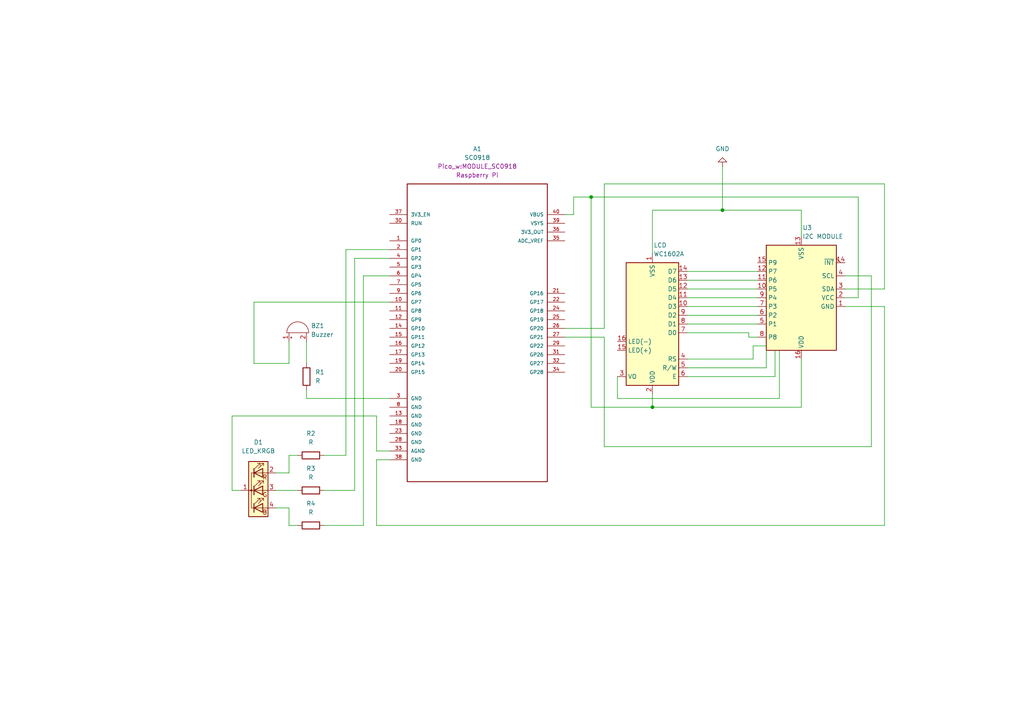
<source format=kicad_sch>
(kicad_sch
	(version 20231120)
	(generator "eeschema")
	(generator_version "8.0")
	(uuid "65328113-f402-449e-b802-5424b49745aa")
	(paper "A4")
	(lib_symbols
		(symbol "Device:Buzzer"
			(pin_names
				(offset 0.0254) hide)
			(exclude_from_sim no)
			(in_bom yes)
			(on_board yes)
			(property "Reference" "BZ"
				(at 3.81 1.27 0)
				(effects
					(font
						(size 1.27 1.27)
					)
					(justify left)
				)
			)
			(property "Value" "Buzzer"
				(at 3.81 -1.27 0)
				(effects
					(font
						(size 1.27 1.27)
					)
					(justify left)
				)
			)
			(property "Footprint" ""
				(at -0.635 2.54 90)
				(effects
					(font
						(size 1.27 1.27)
					)
					(hide yes)
				)
			)
			(property "Datasheet" "~"
				(at -0.635 2.54 90)
				(effects
					(font
						(size 1.27 1.27)
					)
					(hide yes)
				)
			)
			(property "Description" "Buzzer, polarized"
				(at 0 0 0)
				(effects
					(font
						(size 1.27 1.27)
					)
					(hide yes)
				)
			)
			(property "ki_keywords" "quartz resonator ceramic"
				(at 0 0 0)
				(effects
					(font
						(size 1.27 1.27)
					)
					(hide yes)
				)
			)
			(property "ki_fp_filters" "*Buzzer*"
				(at 0 0 0)
				(effects
					(font
						(size 1.27 1.27)
					)
					(hide yes)
				)
			)
			(symbol "Buzzer_0_1"
				(arc
					(start 0 -3.175)
					(mid 3.1612 0)
					(end 0 3.175)
					(stroke
						(width 0)
						(type default)
					)
					(fill
						(type none)
					)
				)
				(polyline
					(pts
						(xy -1.651 1.905) (xy -1.143 1.905)
					)
					(stroke
						(width 0)
						(type default)
					)
					(fill
						(type none)
					)
				)
				(polyline
					(pts
						(xy -1.397 2.159) (xy -1.397 1.651)
					)
					(stroke
						(width 0)
						(type default)
					)
					(fill
						(type none)
					)
				)
				(polyline
					(pts
						(xy 0 3.175) (xy 0 -3.175)
					)
					(stroke
						(width 0)
						(type default)
					)
					(fill
						(type none)
					)
				)
			)
			(symbol "Buzzer_1_1"
				(pin passive line
					(at -2.54 2.54 0)
					(length 2.54)
					(name "+"
						(effects
							(font
								(size 1.27 1.27)
							)
						)
					)
					(number "1"
						(effects
							(font
								(size 1.27 1.27)
							)
						)
					)
				)
				(pin passive line
					(at -2.54 -2.54 0)
					(length 2.54)
					(name "-"
						(effects
							(font
								(size 1.27 1.27)
							)
						)
					)
					(number "2"
						(effects
							(font
								(size 1.27 1.27)
							)
						)
					)
				)
			)
		)
		(symbol "Device:LED_KRGB"
			(pin_names
				(offset 0) hide)
			(exclude_from_sim no)
			(in_bom yes)
			(on_board yes)
			(property "Reference" "D"
				(at 0 9.398 0)
				(effects
					(font
						(size 1.27 1.27)
					)
				)
			)
			(property "Value" "LED_KRGB"
				(at 0 -8.89 0)
				(effects
					(font
						(size 1.27 1.27)
					)
				)
			)
			(property "Footprint" ""
				(at 0 -1.27 0)
				(effects
					(font
						(size 1.27 1.27)
					)
					(hide yes)
				)
			)
			(property "Datasheet" "~"
				(at 0 -1.27 0)
				(effects
					(font
						(size 1.27 1.27)
					)
					(hide yes)
				)
			)
			(property "Description" "RGB LED, cathode/red/green/blue"
				(at 0 0 0)
				(effects
					(font
						(size 1.27 1.27)
					)
					(hide yes)
				)
			)
			(property "ki_keywords" "LED RGB diode"
				(at 0 0 0)
				(effects
					(font
						(size 1.27 1.27)
					)
					(hide yes)
				)
			)
			(property "ki_fp_filters" "LED* LED_SMD:* LED_THT:*"
				(at 0 0 0)
				(effects
					(font
						(size 1.27 1.27)
					)
					(hide yes)
				)
			)
			(symbol "LED_KRGB_0_0"
				(text "B"
					(at 1.905 -6.35 0)
					(effects
						(font
							(size 1.27 1.27)
						)
					)
				)
				(text "G"
					(at 1.905 -1.27 0)
					(effects
						(font
							(size 1.27 1.27)
						)
					)
				)
				(text "R"
					(at 1.905 3.81 0)
					(effects
						(font
							(size 1.27 1.27)
						)
					)
				)
			)
			(symbol "LED_KRGB_0_1"
				(circle
					(center -2.032 0)
					(radius 0.254)
					(stroke
						(width 0)
						(type default)
					)
					(fill
						(type outline)
					)
				)
				(polyline
					(pts
						(xy -1.27 -5.08) (xy 1.27 -5.08)
					)
					(stroke
						(width 0)
						(type default)
					)
					(fill
						(type none)
					)
				)
				(polyline
					(pts
						(xy -1.27 -3.81) (xy -1.27 -6.35)
					)
					(stroke
						(width 0.254)
						(type default)
					)
					(fill
						(type none)
					)
				)
				(polyline
					(pts
						(xy -1.27 0) (xy -2.54 0)
					)
					(stroke
						(width 0)
						(type default)
					)
					(fill
						(type none)
					)
				)
				(polyline
					(pts
						(xy -1.27 1.27) (xy -1.27 -1.27)
					)
					(stroke
						(width 0.254)
						(type default)
					)
					(fill
						(type none)
					)
				)
				(polyline
					(pts
						(xy -1.27 5.08) (xy 1.27 5.08)
					)
					(stroke
						(width 0)
						(type default)
					)
					(fill
						(type none)
					)
				)
				(polyline
					(pts
						(xy -1.27 6.35) (xy -1.27 3.81)
					)
					(stroke
						(width 0.254)
						(type default)
					)
					(fill
						(type none)
					)
				)
				(polyline
					(pts
						(xy 1.27 -5.08) (xy 2.54 -5.08)
					)
					(stroke
						(width 0)
						(type default)
					)
					(fill
						(type none)
					)
				)
				(polyline
					(pts
						(xy 1.27 0) (xy -1.27 0)
					)
					(stroke
						(width 0)
						(type default)
					)
					(fill
						(type none)
					)
				)
				(polyline
					(pts
						(xy 1.27 0) (xy 2.54 0)
					)
					(stroke
						(width 0)
						(type default)
					)
					(fill
						(type none)
					)
				)
				(polyline
					(pts
						(xy 1.27 5.08) (xy 2.54 5.08)
					)
					(stroke
						(width 0)
						(type default)
					)
					(fill
						(type none)
					)
				)
				(polyline
					(pts
						(xy -1.27 1.27) (xy -1.27 -1.27) (xy -1.27 -1.27)
					)
					(stroke
						(width 0)
						(type default)
					)
					(fill
						(type none)
					)
				)
				(polyline
					(pts
						(xy -1.27 6.35) (xy -1.27 3.81) (xy -1.27 3.81)
					)
					(stroke
						(width 0)
						(type default)
					)
					(fill
						(type none)
					)
				)
				(polyline
					(pts
						(xy -1.27 5.08) (xy -2.032 5.08) (xy -2.032 -5.08) (xy -1.016 -5.08)
					)
					(stroke
						(width 0)
						(type default)
					)
					(fill
						(type none)
					)
				)
				(polyline
					(pts
						(xy 1.27 -3.81) (xy 1.27 -6.35) (xy -1.27 -5.08) (xy 1.27 -3.81)
					)
					(stroke
						(width 0.254)
						(type default)
					)
					(fill
						(type none)
					)
				)
				(polyline
					(pts
						(xy 1.27 1.27) (xy 1.27 -1.27) (xy -1.27 0) (xy 1.27 1.27)
					)
					(stroke
						(width 0.254)
						(type default)
					)
					(fill
						(type none)
					)
				)
				(polyline
					(pts
						(xy 1.27 6.35) (xy 1.27 3.81) (xy -1.27 5.08) (xy 1.27 6.35)
					)
					(stroke
						(width 0.254)
						(type default)
					)
					(fill
						(type none)
					)
				)
				(polyline
					(pts
						(xy -1.016 -3.81) (xy 0.508 -2.286) (xy -0.254 -2.286) (xy 0.508 -2.286) (xy 0.508 -3.048)
					)
					(stroke
						(width 0)
						(type default)
					)
					(fill
						(type none)
					)
				)
				(polyline
					(pts
						(xy -1.016 1.27) (xy 0.508 2.794) (xy -0.254 2.794) (xy 0.508 2.794) (xy 0.508 2.032)
					)
					(stroke
						(width 0)
						(type default)
					)
					(fill
						(type none)
					)
				)
				(polyline
					(pts
						(xy -1.016 6.35) (xy 0.508 7.874) (xy -0.254 7.874) (xy 0.508 7.874) (xy 0.508 7.112)
					)
					(stroke
						(width 0)
						(type default)
					)
					(fill
						(type none)
					)
				)
				(polyline
					(pts
						(xy 0 -3.81) (xy 1.524 -2.286) (xy 0.762 -2.286) (xy 1.524 -2.286) (xy 1.524 -3.048)
					)
					(stroke
						(width 0)
						(type default)
					)
					(fill
						(type none)
					)
				)
				(polyline
					(pts
						(xy 0 1.27) (xy 1.524 2.794) (xy 0.762 2.794) (xy 1.524 2.794) (xy 1.524 2.032)
					)
					(stroke
						(width 0)
						(type default)
					)
					(fill
						(type none)
					)
				)
				(polyline
					(pts
						(xy 0 6.35) (xy 1.524 7.874) (xy 0.762 7.874) (xy 1.524 7.874) (xy 1.524 7.112)
					)
					(stroke
						(width 0)
						(type default)
					)
					(fill
						(type none)
					)
				)
				(rectangle
					(start 1.27 -1.27)
					(end 1.27 1.27)
					(stroke
						(width 0)
						(type default)
					)
					(fill
						(type none)
					)
				)
				(rectangle
					(start 1.27 1.27)
					(end 1.27 1.27)
					(stroke
						(width 0)
						(type default)
					)
					(fill
						(type none)
					)
				)
				(rectangle
					(start 1.27 3.81)
					(end 1.27 6.35)
					(stroke
						(width 0)
						(type default)
					)
					(fill
						(type none)
					)
				)
				(rectangle
					(start 1.27 6.35)
					(end 1.27 6.35)
					(stroke
						(width 0)
						(type default)
					)
					(fill
						(type none)
					)
				)
				(rectangle
					(start 2.794 8.382)
					(end -2.794 -7.62)
					(stroke
						(width 0.254)
						(type default)
					)
					(fill
						(type background)
					)
				)
			)
			(symbol "LED_KRGB_1_1"
				(pin passive line
					(at -5.08 0 0)
					(length 2.54)
					(name "K"
						(effects
							(font
								(size 1.27 1.27)
							)
						)
					)
					(number "1"
						(effects
							(font
								(size 1.27 1.27)
							)
						)
					)
				)
				(pin passive line
					(at 5.08 5.08 180)
					(length 2.54)
					(name "RA"
						(effects
							(font
								(size 1.27 1.27)
							)
						)
					)
					(number "2"
						(effects
							(font
								(size 1.27 1.27)
							)
						)
					)
				)
				(pin passive line
					(at 5.08 0 180)
					(length 2.54)
					(name "GA"
						(effects
							(font
								(size 1.27 1.27)
							)
						)
					)
					(number "3"
						(effects
							(font
								(size 1.27 1.27)
							)
						)
					)
				)
				(pin passive line
					(at 5.08 -5.08 180)
					(length 2.54)
					(name "BA"
						(effects
							(font
								(size 1.27 1.27)
							)
						)
					)
					(number "4"
						(effects
							(font
								(size 1.27 1.27)
							)
						)
					)
				)
			)
		)
		(symbol "Device:R"
			(pin_numbers hide)
			(pin_names
				(offset 0)
			)
			(exclude_from_sim no)
			(in_bom yes)
			(on_board yes)
			(property "Reference" "R"
				(at 2.032 0 90)
				(effects
					(font
						(size 1.27 1.27)
					)
				)
			)
			(property "Value" "R"
				(at 0 0 90)
				(effects
					(font
						(size 1.27 1.27)
					)
				)
			)
			(property "Footprint" ""
				(at -1.778 0 90)
				(effects
					(font
						(size 1.27 1.27)
					)
					(hide yes)
				)
			)
			(property "Datasheet" "~"
				(at 0 0 0)
				(effects
					(font
						(size 1.27 1.27)
					)
					(hide yes)
				)
			)
			(property "Description" "Resistor"
				(at 0 0 0)
				(effects
					(font
						(size 1.27 1.27)
					)
					(hide yes)
				)
			)
			(property "ki_keywords" "R res resistor"
				(at 0 0 0)
				(effects
					(font
						(size 1.27 1.27)
					)
					(hide yes)
				)
			)
			(property "ki_fp_filters" "R_*"
				(at 0 0 0)
				(effects
					(font
						(size 1.27 1.27)
					)
					(hide yes)
				)
			)
			(symbol "R_0_1"
				(rectangle
					(start -1.016 -2.54)
					(end 1.016 2.54)
					(stroke
						(width 0.254)
						(type default)
					)
					(fill
						(type none)
					)
				)
			)
			(symbol "R_1_1"
				(pin passive line
					(at 0 3.81 270)
					(length 1.27)
					(name "~"
						(effects
							(font
								(size 1.27 1.27)
							)
						)
					)
					(number "1"
						(effects
							(font
								(size 1.27 1.27)
							)
						)
					)
				)
				(pin passive line
					(at 0 -3.81 90)
					(length 1.27)
					(name "~"
						(effects
							(font
								(size 1.27 1.27)
							)
						)
					)
					(number "2"
						(effects
							(font
								(size 1.27 1.27)
							)
						)
					)
				)
			)
		)
		(symbol "Display_Character:WC1602A"
			(exclude_from_sim no)
			(in_bom yes)
			(on_board yes)
			(property "Reference" "DS"
				(at -5.842 19.05 0)
				(effects
					(font
						(size 1.27 1.27)
					)
				)
			)
			(property "Value" "WC1602A"
				(at 5.334 19.05 0)
				(effects
					(font
						(size 1.27 1.27)
					)
				)
			)
			(property "Footprint" "Display:WC1602A"
				(at 0 -22.86 0)
				(effects
					(font
						(size 1.27 1.27)
						(italic yes)
					)
					(hide yes)
				)
			)
			(property "Datasheet" "http://www.wincomlcd.com/pdf/WC1602A-SFYLYHTC06.pdf"
				(at 17.78 0 0)
				(effects
					(font
						(size 1.27 1.27)
					)
					(hide yes)
				)
			)
			(property "Description" "LCD 16x2 Alphanumeric , 8 bit parallel bus, 5V VDD"
				(at 0 0 0)
				(effects
					(font
						(size 1.27 1.27)
					)
					(hide yes)
				)
			)
			(property "ki_keywords" "display LCD dot-matrix"
				(at 0 0 0)
				(effects
					(font
						(size 1.27 1.27)
					)
					(hide yes)
				)
			)
			(property "ki_fp_filters" "*WC*1602A*"
				(at 0 0 0)
				(effects
					(font
						(size 1.27 1.27)
					)
					(hide yes)
				)
			)
			(symbol "WC1602A_1_1"
				(rectangle
					(start -7.62 17.78)
					(end 7.62 -17.78)
					(stroke
						(width 0.254)
						(type default)
					)
					(fill
						(type background)
					)
				)
				(pin power_in line
					(at 0 -20.32 90)
					(length 2.54)
					(name "VSS"
						(effects
							(font
								(size 1.27 1.27)
							)
						)
					)
					(number "1"
						(effects
							(font
								(size 1.27 1.27)
							)
						)
					)
				)
				(pin input line
					(at -10.16 -5.08 0)
					(length 2.54)
					(name "D3"
						(effects
							(font
								(size 1.27 1.27)
							)
						)
					)
					(number "10"
						(effects
							(font
								(size 1.27 1.27)
							)
						)
					)
				)
				(pin input line
					(at -10.16 -7.62 0)
					(length 2.54)
					(name "D4"
						(effects
							(font
								(size 1.27 1.27)
							)
						)
					)
					(number "11"
						(effects
							(font
								(size 1.27 1.27)
							)
						)
					)
				)
				(pin input line
					(at -10.16 -10.16 0)
					(length 2.54)
					(name "D5"
						(effects
							(font
								(size 1.27 1.27)
							)
						)
					)
					(number "12"
						(effects
							(font
								(size 1.27 1.27)
							)
						)
					)
				)
				(pin input line
					(at -10.16 -12.7 0)
					(length 2.54)
					(name "D6"
						(effects
							(font
								(size 1.27 1.27)
							)
						)
					)
					(number "13"
						(effects
							(font
								(size 1.27 1.27)
							)
						)
					)
				)
				(pin input line
					(at -10.16 -15.24 0)
					(length 2.54)
					(name "D7"
						(effects
							(font
								(size 1.27 1.27)
							)
						)
					)
					(number "14"
						(effects
							(font
								(size 1.27 1.27)
							)
						)
					)
				)
				(pin power_in line
					(at 10.16 7.62 180)
					(length 2.54)
					(name "LED(+)"
						(effects
							(font
								(size 1.27 1.27)
							)
						)
					)
					(number "15"
						(effects
							(font
								(size 1.27 1.27)
							)
						)
					)
				)
				(pin power_in line
					(at 10.16 5.08 180)
					(length 2.54)
					(name "LED(-)"
						(effects
							(font
								(size 1.27 1.27)
							)
						)
					)
					(number "16"
						(effects
							(font
								(size 1.27 1.27)
							)
						)
					)
				)
				(pin power_in line
					(at 0 20.32 270)
					(length 2.54)
					(name "VDD"
						(effects
							(font
								(size 1.27 1.27)
							)
						)
					)
					(number "2"
						(effects
							(font
								(size 1.27 1.27)
							)
						)
					)
				)
				(pin input line
					(at 10.16 15.24 180)
					(length 2.54)
					(name "VO"
						(effects
							(font
								(size 1.27 1.27)
							)
						)
					)
					(number "3"
						(effects
							(font
								(size 1.27 1.27)
							)
						)
					)
				)
				(pin input line
					(at -10.16 10.16 0)
					(length 2.54)
					(name "RS"
						(effects
							(font
								(size 1.27 1.27)
							)
						)
					)
					(number "4"
						(effects
							(font
								(size 1.27 1.27)
							)
						)
					)
				)
				(pin input line
					(at -10.16 12.7 0)
					(length 2.54)
					(name "R/W"
						(effects
							(font
								(size 1.27 1.27)
							)
						)
					)
					(number "5"
						(effects
							(font
								(size 1.27 1.27)
							)
						)
					)
				)
				(pin input line
					(at -10.16 15.24 0)
					(length 2.54)
					(name "E"
						(effects
							(font
								(size 1.27 1.27)
							)
						)
					)
					(number "6"
						(effects
							(font
								(size 1.27 1.27)
							)
						)
					)
				)
				(pin input line
					(at -10.16 2.54 0)
					(length 2.54)
					(name "D0"
						(effects
							(font
								(size 1.27 1.27)
							)
						)
					)
					(number "7"
						(effects
							(font
								(size 1.27 1.27)
							)
						)
					)
				)
				(pin input line
					(at -10.16 0 0)
					(length 2.54)
					(name "D1"
						(effects
							(font
								(size 1.27 1.27)
							)
						)
					)
					(number "8"
						(effects
							(font
								(size 1.27 1.27)
							)
						)
					)
				)
				(pin input line
					(at -10.16 -2.54 0)
					(length 2.54)
					(name "D2"
						(effects
							(font
								(size 1.27 1.27)
							)
						)
					)
					(number "9"
						(effects
							(font
								(size 1.27 1.27)
							)
						)
					)
				)
			)
		)
		(symbol "PCF8574_1"
			(exclude_from_sim no)
			(in_bom yes)
			(on_board yes)
			(property "Reference" "U1"
				(at -0.3459 -20.32 0)
				(effects
					(font
						(size 1.27 1.27)
					)
					(justify right)
				)
			)
			(property "Value" "I2C MODULE"
				(at -0.3459 -17.78 0)
				(effects
					(font
						(size 1.27 1.27)
					)
					(justify right)
				)
			)
			(property "Footprint" ""
				(at 0 0 0)
				(effects
					(font
						(size 1.27 1.27)
					)
					(hide yes)
				)
			)
			(property "Datasheet" "http://www.nxp.com/docs/en/data-sheet/PCF8574_PCF8574A.pdf"
				(at -20.32 -33.274 0)
				(effects
					(font
						(size 1.27 1.27)
					)
					(hide yes)
				)
			)
			(property "Description" "8 Bit Port/Expander to I2C Bus, DIP/SOIC-16"
				(at -30.734 -27.178 0)
				(effects
					(font
						(size 1.27 1.27)
					)
					(hide yes)
				)
			)
			(property "ki_keywords" "I2C Expander"
				(at 0 0 0)
				(effects
					(font
						(size 1.27 1.27)
					)
					(hide yes)
				)
			)
			(property "ki_fp_filters" "DIP*W7.62mm* SOIC*7.5x10.3mm*P1.27mm*"
				(at 0 0 0)
				(effects
					(font
						(size 1.27 1.27)
					)
					(hide yes)
				)
			)
			(symbol "PCF8574_1_0_1"
				(rectangle
					(start -10.16 15.24)
					(end 10.16 -15.24)
					(stroke
						(width 0.254)
						(type default)
					)
					(fill
						(type background)
					)
				)
			)
			(symbol "PCF8574_1_1_1"
				(pin input line
					(at -12.7 2.54 0)
					(length 2.54)
					(name "GND"
						(effects
							(font
								(size 1.27 1.27)
							)
						)
					)
					(number "1"
						(effects
							(font
								(size 1.27 1.27)
							)
						)
					)
				)
				(pin bidirectional line
					(at 12.7 -2.54 180)
					(length 2.54)
					(name "P5"
						(effects
							(font
								(size 1.27 1.27)
							)
						)
					)
					(number "10"
						(effects
							(font
								(size 1.27 1.27)
							)
						)
					)
				)
				(pin bidirectional line
					(at 12.7 -5.08 180)
					(length 2.54)
					(name "P6"
						(effects
							(font
								(size 1.27 1.27)
							)
						)
					)
					(number "11"
						(effects
							(font
								(size 1.27 1.27)
							)
						)
					)
				)
				(pin bidirectional line
					(at 12.7 -7.62 180)
					(length 2.54)
					(name "P7"
						(effects
							(font
								(size 1.27 1.27)
							)
						)
					)
					(number "12"
						(effects
							(font
								(size 1.27 1.27)
							)
						)
					)
				)
				(pin power_in line
					(at 0 -17.78 90)
					(length 2.54)
					(name "VSS"
						(effects
							(font
								(size 1.27 1.27)
							)
						)
					)
					(number "13"
						(effects
							(font
								(size 1.27 1.27)
							)
						)
					)
				)
				(pin open_collector output_low
					(at -12.7 -10.16 0)
					(length 2.54)
					(name "~{INT}"
						(effects
							(font
								(size 1.27 1.27)
							)
						)
					)
					(number "14"
						(effects
							(font
								(size 1.27 1.27)
							)
						)
					)
				)
				(pin input line
					(at 12.7 -10.16 180)
					(length 2.54)
					(name "P9"
						(effects
							(font
								(size 1.27 1.27)
							)
						)
					)
					(number "15"
						(effects
							(font
								(size 1.27 1.27)
							)
						)
					)
				)
				(pin power_in line
					(at 0 17.78 270)
					(length 2.54)
					(name "VDD"
						(effects
							(font
								(size 1.27 1.27)
							)
						)
					)
					(number "16"
						(effects
							(font
								(size 1.27 1.27)
							)
						)
					)
				)
				(pin input line
					(at -12.7 0 0)
					(length 2.54)
					(name "VCC"
						(effects
							(font
								(size 1.27 1.27)
							)
						)
					)
					(number "2"
						(effects
							(font
								(size 1.27 1.27)
							)
						)
					)
				)
				(pin input line
					(at -12.7 -2.54 0)
					(length 2.54)
					(name "SDA"
						(effects
							(font
								(size 1.27 1.27)
							)
						)
					)
					(number "3"
						(effects
							(font
								(size 1.27 1.27)
							)
						)
					)
				)
				(pin input line
					(at -12.7 -6.35 0)
					(length 2.54)
					(name "SCL"
						(effects
							(font
								(size 1.27 1.27)
							)
						)
					)
					(number "4"
						(effects
							(font
								(size 1.27 1.27)
							)
						)
					)
				)
				(pin bidirectional line
					(at 12.7 7.62 180)
					(length 2.54)
					(name "P1"
						(effects
							(font
								(size 1.27 1.27)
							)
						)
					)
					(number "5"
						(effects
							(font
								(size 1.27 1.27)
							)
						)
					)
				)
				(pin bidirectional line
					(at 12.7 5.08 180)
					(length 2.54)
					(name "P2"
						(effects
							(font
								(size 1.27 1.27)
							)
						)
					)
					(number "6"
						(effects
							(font
								(size 1.27 1.27)
							)
						)
					)
				)
				(pin bidirectional line
					(at 12.7 2.54 180)
					(length 2.54)
					(name "P3"
						(effects
							(font
								(size 1.27 1.27)
							)
						)
					)
					(number "7"
						(effects
							(font
								(size 1.27 1.27)
							)
						)
					)
				)
				(pin bidirectional line
					(at 12.7 11.43 180)
					(length 2.54)
					(name "P8"
						(effects
							(font
								(size 1.27 1.27)
							)
						)
					)
					(number "8"
						(effects
							(font
								(size 1.27 1.27)
							)
						)
					)
				)
				(pin bidirectional line
					(at 12.7 0 180)
					(length 2.54)
					(name "P4"
						(effects
							(font
								(size 1.27 1.27)
							)
						)
					)
					(number "9"
						(effects
							(font
								(size 1.27 1.27)
							)
						)
					)
				)
			)
		)
		(symbol "Pico_w:SC0918"
			(pin_names
				(offset 1.016)
			)
			(exclude_from_sim no)
			(in_bom yes)
			(on_board yes)
			(property "Reference" "A1"
				(at 0 58.42 0)
				(effects
					(font
						(size 1.27 1.27)
					)
				)
			)
			(property "Value" "SC0918"
				(at 0 55.88 0)
				(effects
					(font
						(size 1.27 1.27)
					)
				)
			)
			(property "Footprint" "Pico_w:MODULE_SC0918"
				(at -12.7 -46.99 0)
				(effects
					(font
						(size 1.27 1.27)
					)
					(justify bottom)
				)
			)
			(property "Datasheet" "https://datasheets.raspberrypi.com/picow/pico-w-datasheet.pdf"
				(at -26.67 -49.53 0)
				(effects
					(font
						(size 1.27 1.27)
					)
					(justify left bottom)
					(hide yes)
				)
			)
			(property "Description" ""
				(at 0 0 0)
				(effects
					(font
						(size 1.27 1.27)
					)
					(hide yes)
				)
			)
			(property "manufacturer" "Raspberry Pi"
				(at 0 53.34 0)
				(effects
					(font
						(size 1.27 1.27)
					)
				)
			)
			(property "P/N" "SC0918"
				(at 0 50.8 0)
				(effects
					(font
						(size 1.27 1.27)
					)
					(hide yes)
				)
			)
			(property "PARTREV" "1.6"
				(at 0 48.26 0)
				(effects
					(font
						(size 1.27 1.27)
					)
					(hide yes)
				)
			)
			(property "MAXIMUM_PACKAGE_HEIGHT" "3.73mm"
				(at 0 45.72 0)
				(effects
					(font
						(size 1.27 1.27)
					)
					(hide yes)
				)
			)
			(symbol "SC0918_0_0"
				(rectangle
					(start -20.32 -43.18)
					(end 20.32 43.18)
					(stroke
						(width 0.254)
						(type default)
					)
					(fill
						(type none)
					)
				)
				(pin bidirectional line
					(at -25.4 26.67 0)
					(length 5.08)
					(name "GP0"
						(effects
							(font
								(size 1.016 1.016)
							)
						)
					)
					(number "1"
						(effects
							(font
								(size 1.016 1.016)
							)
						)
					)
				)
				(pin bidirectional line
					(at -25.4 8.89 0)
					(length 5.08)
					(name "GP7"
						(effects
							(font
								(size 1.016 1.016)
							)
						)
					)
					(number "10"
						(effects
							(font
								(size 1.016 1.016)
							)
						)
					)
				)
				(pin bidirectional line
					(at -25.4 6.35 0)
					(length 5.08)
					(name "GP8"
						(effects
							(font
								(size 1.016 1.016)
							)
						)
					)
					(number "11"
						(effects
							(font
								(size 1.016 1.016)
							)
						)
					)
				)
				(pin bidirectional line
					(at -25.4 3.81 0)
					(length 5.08)
					(name "GP9"
						(effects
							(font
								(size 1.016 1.016)
							)
						)
					)
					(number "12"
						(effects
							(font
								(size 1.016 1.016)
							)
						)
					)
				)
				(pin power_in line
					(at -25.4 -24.13 0)
					(length 5.08)
					(name "GND"
						(effects
							(font
								(size 1.016 1.016)
							)
						)
					)
					(number "13"
						(effects
							(font
								(size 1.016 1.016)
							)
						)
					)
				)
				(pin bidirectional line
					(at -25.4 1.27 0)
					(length 5.08)
					(name "GP10"
						(effects
							(font
								(size 1.016 1.016)
							)
						)
					)
					(number "14"
						(effects
							(font
								(size 1.016 1.016)
							)
						)
					)
				)
				(pin bidirectional line
					(at -25.4 -1.27 0)
					(length 5.08)
					(name "GP11"
						(effects
							(font
								(size 1.016 1.016)
							)
						)
					)
					(number "15"
						(effects
							(font
								(size 1.016 1.016)
							)
						)
					)
				)
				(pin bidirectional line
					(at -25.4 -3.81 0)
					(length 5.08)
					(name "GP12"
						(effects
							(font
								(size 1.016 1.016)
							)
						)
					)
					(number "16"
						(effects
							(font
								(size 1.016 1.016)
							)
						)
					)
				)
				(pin bidirectional line
					(at -25.4 -6.35 0)
					(length 5.08)
					(name "GP13"
						(effects
							(font
								(size 1.016 1.016)
							)
						)
					)
					(number "17"
						(effects
							(font
								(size 1.016 1.016)
							)
						)
					)
				)
				(pin power_in line
					(at -25.4 -26.67 0)
					(length 5.08)
					(name "GND"
						(effects
							(font
								(size 1.016 1.016)
							)
						)
					)
					(number "18"
						(effects
							(font
								(size 1.016 1.016)
							)
						)
					)
				)
				(pin bidirectional line
					(at -25.4 -8.89 0)
					(length 5.08)
					(name "GP14"
						(effects
							(font
								(size 1.016 1.016)
							)
						)
					)
					(number "19"
						(effects
							(font
								(size 1.016 1.016)
							)
						)
					)
				)
				(pin bidirectional line
					(at -25.4 24.13 0)
					(length 5.08)
					(name "GP1"
						(effects
							(font
								(size 1.016 1.016)
							)
						)
					)
					(number "2"
						(effects
							(font
								(size 1.016 1.016)
							)
						)
					)
				)
				(pin bidirectional line
					(at -25.4 -11.43 0)
					(length 5.08)
					(name "GP15"
						(effects
							(font
								(size 1.016 1.016)
							)
						)
					)
					(number "20"
						(effects
							(font
								(size 1.016 1.016)
							)
						)
					)
				)
				(pin bidirectional line
					(at 25.4 11.43 180)
					(length 5.08)
					(name "GP16"
						(effects
							(font
								(size 1.016 1.016)
							)
						)
					)
					(number "21"
						(effects
							(font
								(size 1.016 1.016)
							)
						)
					)
				)
				(pin bidirectional line
					(at 25.4 8.89 180)
					(length 5.08)
					(name "GP17"
						(effects
							(font
								(size 1.016 1.016)
							)
						)
					)
					(number "22"
						(effects
							(font
								(size 1.016 1.016)
							)
						)
					)
				)
				(pin power_in line
					(at -25.4 -29.21 0)
					(length 5.08)
					(name "GND"
						(effects
							(font
								(size 1.016 1.016)
							)
						)
					)
					(number "23"
						(effects
							(font
								(size 1.016 1.016)
							)
						)
					)
				)
				(pin bidirectional line
					(at 25.4 6.35 180)
					(length 5.08)
					(name "GP18"
						(effects
							(font
								(size 1.016 1.016)
							)
						)
					)
					(number "24"
						(effects
							(font
								(size 1.016 1.016)
							)
						)
					)
				)
				(pin bidirectional line
					(at 25.4 3.81 180)
					(length 5.08)
					(name "GP19"
						(effects
							(font
								(size 1.016 1.016)
							)
						)
					)
					(number "25"
						(effects
							(font
								(size 1.016 1.016)
							)
						)
					)
				)
				(pin bidirectional line
					(at 25.4 1.27 180)
					(length 5.08)
					(name "GP20"
						(effects
							(font
								(size 1.016 1.016)
							)
						)
					)
					(number "26"
						(effects
							(font
								(size 1.016 1.016)
							)
						)
					)
				)
				(pin bidirectional line
					(at 25.4 -1.27 180)
					(length 5.08)
					(name "GP21"
						(effects
							(font
								(size 1.016 1.016)
							)
						)
					)
					(number "27"
						(effects
							(font
								(size 1.016 1.016)
							)
						)
					)
				)
				(pin power_in line
					(at -25.4 -31.75 0)
					(length 5.08)
					(name "GND"
						(effects
							(font
								(size 1.016 1.016)
							)
						)
					)
					(number "28"
						(effects
							(font
								(size 1.016 1.016)
							)
						)
					)
				)
				(pin bidirectional line
					(at 25.4 -3.81 180)
					(length 5.08)
					(name "GP22"
						(effects
							(font
								(size 1.016 1.016)
							)
						)
					)
					(number "29"
						(effects
							(font
								(size 1.016 1.016)
							)
						)
					)
				)
				(pin power_in line
					(at -25.4 -19.05 0)
					(length 5.08)
					(name "GND"
						(effects
							(font
								(size 1.016 1.016)
							)
						)
					)
					(number "3"
						(effects
							(font
								(size 1.016 1.016)
							)
						)
					)
				)
				(pin input line
					(at -25.4 31.75 0)
					(length 5.08)
					(name "RUN"
						(effects
							(font
								(size 1.016 1.016)
							)
						)
					)
					(number "30"
						(effects
							(font
								(size 1.016 1.016)
							)
						)
					)
				)
				(pin bidirectional line
					(at 25.4 -6.35 180)
					(length 5.08)
					(name "GP26"
						(effects
							(font
								(size 1.016 1.016)
							)
						)
					)
					(number "31"
						(effects
							(font
								(size 1.016 1.016)
							)
						)
					)
				)
				(pin bidirectional line
					(at 25.4 -8.89 180)
					(length 5.08)
					(name "GP27"
						(effects
							(font
								(size 1.016 1.016)
							)
						)
					)
					(number "32"
						(effects
							(font
								(size 1.016 1.016)
							)
						)
					)
				)
				(pin power_in line
					(at -25.4 -34.29 0)
					(length 5.08)
					(name "AGND"
						(effects
							(font
								(size 1.016 1.016)
							)
						)
					)
					(number "33"
						(effects
							(font
								(size 1.016 1.016)
							)
						)
					)
				)
				(pin bidirectional line
					(at 25.4 -11.43 180)
					(length 5.08)
					(name "GP28"
						(effects
							(font
								(size 1.016 1.016)
							)
						)
					)
					(number "34"
						(effects
							(font
								(size 1.016 1.016)
							)
						)
					)
				)
				(pin power_in line
					(at 25.4 26.67 180)
					(length 5.08)
					(name "ADC_VREF"
						(effects
							(font
								(size 1.016 1.016)
							)
						)
					)
					(number "35"
						(effects
							(font
								(size 1.016 1.016)
							)
						)
					)
				)
				(pin power_in line
					(at 25.4 29.21 180)
					(length 5.08)
					(name "3V3_OUT"
						(effects
							(font
								(size 1.016 1.016)
							)
						)
					)
					(number "36"
						(effects
							(font
								(size 1.016 1.016)
							)
						)
					)
				)
				(pin input line
					(at -25.4 34.29 0)
					(length 5.08)
					(name "3V3_EN"
						(effects
							(font
								(size 1.016 1.016)
							)
						)
					)
					(number "37"
						(effects
							(font
								(size 1.016 1.016)
							)
						)
					)
				)
				(pin power_in line
					(at -25.4 -36.83 0)
					(length 5.08)
					(name "GND"
						(effects
							(font
								(size 1.016 1.016)
							)
						)
					)
					(number "38"
						(effects
							(font
								(size 1.016 1.016)
							)
						)
					)
				)
				(pin free line
					(at 25.4 31.75 180)
					(length 5.08)
					(name "VSYS"
						(effects
							(font
								(size 1.016 1.016)
							)
						)
					)
					(number "39"
						(effects
							(font
								(size 1.016 1.016)
							)
						)
					)
				)
				(pin bidirectional line
					(at -25.4 21.59 0)
					(length 5.08)
					(name "GP2"
						(effects
							(font
								(size 1.016 1.016)
							)
						)
					)
					(number "4"
						(effects
							(font
								(size 1.016 1.016)
							)
						)
					)
				)
				(pin free line
					(at 25.4 34.29 180)
					(length 5.08)
					(name "VBUS"
						(effects
							(font
								(size 1.016 1.016)
							)
						)
					)
					(number "40"
						(effects
							(font
								(size 1.016 1.016)
							)
						)
					)
				)
				(pin bidirectional line
					(at -25.4 19.05 0)
					(length 5.08)
					(name "GP3"
						(effects
							(font
								(size 1.016 1.016)
							)
						)
					)
					(number "5"
						(effects
							(font
								(size 1.016 1.016)
							)
						)
					)
				)
				(pin bidirectional line
					(at -25.4 16.51 0)
					(length 5.08)
					(name "GP4"
						(effects
							(font
								(size 1.016 1.016)
							)
						)
					)
					(number "6"
						(effects
							(font
								(size 1.016 1.016)
							)
						)
					)
				)
				(pin bidirectional line
					(at -25.4 13.97 0)
					(length 5.08)
					(name "GP5"
						(effects
							(font
								(size 1.016 1.016)
							)
						)
					)
					(number "7"
						(effects
							(font
								(size 1.016 1.016)
							)
						)
					)
				)
				(pin power_in line
					(at -25.4 -21.59 0)
					(length 5.08)
					(name "GND"
						(effects
							(font
								(size 1.016 1.016)
							)
						)
					)
					(number "8"
						(effects
							(font
								(size 1.016 1.016)
							)
						)
					)
				)
				(pin bidirectional line
					(at -25.4 11.43 0)
					(length 5.08)
					(name "GP6"
						(effects
							(font
								(size 1.016 1.016)
							)
						)
					)
					(number "9"
						(effects
							(font
								(size 1.016 1.016)
							)
						)
					)
				)
			)
		)
		(symbol "power:GND"
			(power)
			(pin_numbers hide)
			(pin_names
				(offset 0) hide)
			(exclude_from_sim no)
			(in_bom yes)
			(on_board yes)
			(property "Reference" "#PWR"
				(at 0 -6.35 0)
				(effects
					(font
						(size 1.27 1.27)
					)
					(hide yes)
				)
			)
			(property "Value" "GND"
				(at 0 -3.81 0)
				(effects
					(font
						(size 1.27 1.27)
					)
				)
			)
			(property "Footprint" ""
				(at 0 0 0)
				(effects
					(font
						(size 1.27 1.27)
					)
					(hide yes)
				)
			)
			(property "Datasheet" ""
				(at 0 0 0)
				(effects
					(font
						(size 1.27 1.27)
					)
					(hide yes)
				)
			)
			(property "Description" "Power symbol creates a global label with name \"GND\" , ground"
				(at 0 0 0)
				(effects
					(font
						(size 1.27 1.27)
					)
					(hide yes)
				)
			)
			(property "ki_keywords" "global power"
				(at 0 0 0)
				(effects
					(font
						(size 1.27 1.27)
					)
					(hide yes)
				)
			)
			(symbol "GND_0_1"
				(polyline
					(pts
						(xy 0 0) (xy 0 -1.27) (xy 1.27 -1.27) (xy 0 -2.54) (xy -1.27 -1.27) (xy 0 -1.27)
					)
					(stroke
						(width 0)
						(type default)
					)
					(fill
						(type none)
					)
				)
			)
			(symbol "GND_1_1"
				(pin power_in line
					(at 0 0 270)
					(length 0)
					(name "~"
						(effects
							(font
								(size 1.27 1.27)
							)
						)
					)
					(number "1"
						(effects
							(font
								(size 1.27 1.27)
							)
						)
					)
				)
			)
		)
	)
	(junction
		(at 209.55 60.96)
		(diameter 0)
		(color 0 0 0 0)
		(uuid "39ae5437-0a37-48dd-a83f-faef85af9f92")
	)
	(junction
		(at 171.45 57.15)
		(diameter 0)
		(color 0 0 0 0)
		(uuid "ed65d912-e595-43f9-b094-a5ab8cd4ac78")
	)
	(junction
		(at 189.23 118.11)
		(diameter 0)
		(color 0 0 0 0)
		(uuid "f772eeb0-3e8c-470d-845e-6e0a512fa86c")
	)
	(wire
		(pts
			(xy 248.92 57.15) (xy 248.92 86.36)
		)
		(stroke
			(width 0)
			(type default)
		)
		(uuid "0102fa0e-3118-4b0f-a3c4-1559db98e993")
	)
	(wire
		(pts
			(xy 232.41 104.14) (xy 232.41 118.11)
		)
		(stroke
			(width 0)
			(type default)
		)
		(uuid "0568e868-62c6-4061-9741-4d9a926f0946")
	)
	(wire
		(pts
			(xy 199.39 91.44) (xy 219.71 91.44)
		)
		(stroke
			(width 0)
			(type default)
		)
		(uuid "05fe8d60-48aa-403e-b790-1cf80a88a170")
	)
	(wire
		(pts
			(xy 171.45 57.15) (xy 248.92 57.15)
		)
		(stroke
			(width 0)
			(type default)
		)
		(uuid "08e7a160-6ad3-4760-8123-614772d547f6")
	)
	(wire
		(pts
			(xy 252.73 80.01) (xy 252.73 129.54)
		)
		(stroke
			(width 0)
			(type default)
		)
		(uuid "0a9b5445-a0b7-4d11-bca6-f8949e9c5dd1")
	)
	(wire
		(pts
			(xy 83.82 152.4) (xy 86.36 152.4)
		)
		(stroke
			(width 0)
			(type default)
		)
		(uuid "19455f90-c2f5-4dff-9f60-20811d0bdd0f")
	)
	(wire
		(pts
			(xy 102.87 74.93) (xy 113.03 74.93)
		)
		(stroke
			(width 0)
			(type default)
		)
		(uuid "1e438433-04e4-4633-9e8a-c1ef45454ff0")
	)
	(wire
		(pts
			(xy 175.26 97.79) (xy 163.83 97.79)
		)
		(stroke
			(width 0)
			(type default)
		)
		(uuid "1eee6f86-788d-4727-9d2a-00b7bb6edb3f")
	)
	(wire
		(pts
			(xy 222.25 101.6) (xy 222.25 106.68)
		)
		(stroke
			(width 0)
			(type default)
		)
		(uuid "1ffb12d4-5423-406a-8555-bc1c64c7be98")
	)
	(wire
		(pts
			(xy 163.83 62.23) (xy 166.37 62.23)
		)
		(stroke
			(width 0)
			(type default)
		)
		(uuid "270d93cf-58b0-49ed-bccc-b94a16157998")
	)
	(wire
		(pts
			(xy 80.01 137.16) (xy 83.82 137.16)
		)
		(stroke
			(width 0)
			(type default)
		)
		(uuid "27d9fdc3-996c-4815-a98d-c9b8c1643815")
	)
	(wire
		(pts
			(xy 80.01 147.32) (xy 83.82 147.32)
		)
		(stroke
			(width 0)
			(type default)
		)
		(uuid "28102f66-fe86-4184-8454-47111945dac9")
	)
	(wire
		(pts
			(xy 73.66 105.41) (xy 83.82 105.41)
		)
		(stroke
			(width 0)
			(type default)
		)
		(uuid "2e1ac59b-8db8-48a6-bbf3-47e2f5964b5a")
	)
	(wire
		(pts
			(xy 171.45 118.11) (xy 171.45 57.15)
		)
		(stroke
			(width 0)
			(type default)
		)
		(uuid "2fd961b2-bb6b-4dc3-97ed-6cc225967cf9")
	)
	(wire
		(pts
			(xy 199.39 86.36) (xy 219.71 86.36)
		)
		(stroke
			(width 0)
			(type default)
		)
		(uuid "39b38a17-9ff0-4ce9-a9af-4dc7a1ecfe31")
	)
	(wire
		(pts
			(xy 245.11 83.82) (xy 256.54 83.82)
		)
		(stroke
			(width 0)
			(type default)
		)
		(uuid "39f39bc3-c45d-4fae-bd9f-4e1ccffe4273")
	)
	(wire
		(pts
			(xy 226.06 101.6) (xy 226.06 115.57)
		)
		(stroke
			(width 0)
			(type default)
		)
		(uuid "3e35d290-17d1-472c-a1d5-e310bbbcf03f")
	)
	(wire
		(pts
			(xy 209.55 60.96) (xy 232.41 60.96)
		)
		(stroke
			(width 0)
			(type default)
		)
		(uuid "42947cbd-03c9-4093-a914-d50a4d2420a5")
	)
	(wire
		(pts
			(xy 248.92 86.36) (xy 245.11 86.36)
		)
		(stroke
			(width 0)
			(type default)
		)
		(uuid "46d6a739-9448-428c-b41e-cea56b39f1c7")
	)
	(wire
		(pts
			(xy 256.54 83.82) (xy 256.54 53.34)
		)
		(stroke
			(width 0)
			(type default)
		)
		(uuid "4915a7d0-d4ce-4ede-a06a-f97e150cc36f")
	)
	(wire
		(pts
			(xy 217.17 97.79) (xy 219.71 97.79)
		)
		(stroke
			(width 0)
			(type default)
		)
		(uuid "4eb64fc4-5314-4c39-84e0-aad4dfcaa995")
	)
	(wire
		(pts
			(xy 109.22 133.35) (xy 113.03 133.35)
		)
		(stroke
			(width 0)
			(type default)
		)
		(uuid "530938e5-0a99-4d63-b1b0-c353ecd88b93")
	)
	(wire
		(pts
			(xy 83.82 132.08) (xy 86.36 132.08)
		)
		(stroke
			(width 0)
			(type default)
		)
		(uuid "53d0a502-4915-40bd-b57d-f3c49fcd9317")
	)
	(wire
		(pts
			(xy 189.23 60.96) (xy 209.55 60.96)
		)
		(stroke
			(width 0)
			(type default)
		)
		(uuid "5407d362-b111-49f4-8c06-a002d332df4a")
	)
	(wire
		(pts
			(xy 199.39 83.82) (xy 219.71 83.82)
		)
		(stroke
			(width 0)
			(type default)
		)
		(uuid "560e846c-3032-45d6-8cbf-eb8bb8f6bda8")
	)
	(wire
		(pts
			(xy 175.26 53.34) (xy 175.26 95.25)
		)
		(stroke
			(width 0)
			(type default)
		)
		(uuid "57f0352e-2f64-4821-baa8-771bbd41d183")
	)
	(wire
		(pts
			(xy 100.33 132.08) (xy 100.33 72.39)
		)
		(stroke
			(width 0)
			(type default)
		)
		(uuid "5a0dae62-6414-4787-ad6b-f4c2b95a3da5")
	)
	(wire
		(pts
			(xy 245.11 80.01) (xy 252.73 80.01)
		)
		(stroke
			(width 0)
			(type default)
		)
		(uuid "5a21b47c-b8cf-4ebb-a2b3-b94bb55d26cb")
	)
	(wire
		(pts
			(xy 88.9 113.03) (xy 88.9 115.57)
		)
		(stroke
			(width 0)
			(type default)
		)
		(uuid "6390b95e-25e0-4851-9a6c-68d110241856")
	)
	(wire
		(pts
			(xy 199.39 96.52) (xy 217.17 96.52)
		)
		(stroke
			(width 0)
			(type default)
		)
		(uuid "67190ddb-c40e-40bb-a471-ce07dc1686f9")
	)
	(wire
		(pts
			(xy 189.23 118.11) (xy 171.45 118.11)
		)
		(stroke
			(width 0)
			(type default)
		)
		(uuid "6a0e8614-5a40-4f3a-842e-51b27ced1267")
	)
	(wire
		(pts
			(xy 166.37 57.15) (xy 171.45 57.15)
		)
		(stroke
			(width 0)
			(type default)
		)
		(uuid "7152ae64-fa9d-46a9-a7dc-060d951c6011")
	)
	(wire
		(pts
			(xy 113.03 87.63) (xy 73.66 87.63)
		)
		(stroke
			(width 0)
			(type default)
		)
		(uuid "7739afe5-4fd2-4b9f-803f-89d64871bcdd")
	)
	(wire
		(pts
			(xy 218.44 100.33) (xy 222.25 100.33)
		)
		(stroke
			(width 0)
			(type default)
		)
		(uuid "84bb5795-a100-4e0b-9fc4-2302e606aa10")
	)
	(wire
		(pts
			(xy 189.23 114.3) (xy 189.23 118.11)
		)
		(stroke
			(width 0)
			(type default)
		)
		(uuid "85ee28a0-b596-47a1-a592-62a9d2fb0927")
	)
	(wire
		(pts
			(xy 109.22 130.81) (xy 113.03 130.81)
		)
		(stroke
			(width 0)
			(type default)
		)
		(uuid "87df0950-8ef0-4771-a4b7-a4ea9cdaba4f")
	)
	(wire
		(pts
			(xy 217.17 96.52) (xy 217.17 97.79)
		)
		(stroke
			(width 0)
			(type default)
		)
		(uuid "897b22c3-3aab-4247-a07e-e230731c5469")
	)
	(wire
		(pts
			(xy 166.37 62.23) (xy 166.37 57.15)
		)
		(stroke
			(width 0)
			(type default)
		)
		(uuid "8a0e88d4-4a60-4e29-bf70-659d89eecd13")
	)
	(wire
		(pts
			(xy 100.33 72.39) (xy 113.03 72.39)
		)
		(stroke
			(width 0)
			(type default)
		)
		(uuid "8a60b484-30b4-4050-9a2c-45ed55d80f1b")
	)
	(wire
		(pts
			(xy 175.26 95.25) (xy 163.83 95.25)
		)
		(stroke
			(width 0)
			(type default)
		)
		(uuid "8b296c66-720d-40b1-ac4d-7f4c93fd1d80")
	)
	(wire
		(pts
			(xy 93.98 152.4) (xy 105.41 152.4)
		)
		(stroke
			(width 0)
			(type default)
		)
		(uuid "8e768eb7-1dff-495a-894c-a9ff6bf20686")
	)
	(wire
		(pts
			(xy 179.07 115.57) (xy 226.06 115.57)
		)
		(stroke
			(width 0)
			(type default)
		)
		(uuid "8f66c8c0-e6ef-44b9-8ba8-4dc33840d588")
	)
	(wire
		(pts
			(xy 105.41 152.4) (xy 105.41 80.01)
		)
		(stroke
			(width 0)
			(type default)
		)
		(uuid "9a07b53a-97ac-4630-a143-cba84a901b97")
	)
	(wire
		(pts
			(xy 252.73 129.54) (xy 175.26 129.54)
		)
		(stroke
			(width 0)
			(type default)
		)
		(uuid "9bc5f5f2-0bb1-4d87-a9e5-1e59cc1fa678")
	)
	(wire
		(pts
			(xy 80.01 142.24) (xy 86.36 142.24)
		)
		(stroke
			(width 0)
			(type default)
		)
		(uuid "9cdd7ac9-649d-40dd-bc5e-e1d5df2c9779")
	)
	(wire
		(pts
			(xy 256.54 53.34) (xy 175.26 53.34)
		)
		(stroke
			(width 0)
			(type default)
		)
		(uuid "a878f444-3e31-425c-845e-0d39aa7e24b7")
	)
	(wire
		(pts
			(xy 93.98 142.24) (xy 102.87 142.24)
		)
		(stroke
			(width 0)
			(type default)
		)
		(uuid "aa55d3e2-807e-4d9a-9267-e6bfbb21588a")
	)
	(wire
		(pts
			(xy 199.39 106.68) (xy 222.25 106.68)
		)
		(stroke
			(width 0)
			(type default)
		)
		(uuid "ab240014-0b53-4d14-940b-18281f75709d")
	)
	(wire
		(pts
			(xy 69.85 142.24) (xy 67.31 142.24)
		)
		(stroke
			(width 0)
			(type default)
		)
		(uuid "ae9679b3-d798-49d6-92a5-3a37cb9ef281")
	)
	(wire
		(pts
			(xy 189.23 118.11) (xy 232.41 118.11)
		)
		(stroke
			(width 0)
			(type default)
		)
		(uuid "b26000ca-26db-443f-a90d-70600d879338")
	)
	(wire
		(pts
			(xy 83.82 105.41) (xy 83.82 99.06)
		)
		(stroke
			(width 0)
			(type default)
		)
		(uuid "b503cfb4-b5eb-43c1-858a-f23170ca4a14")
	)
	(wire
		(pts
			(xy 109.22 120.65) (xy 109.22 130.81)
		)
		(stroke
			(width 0)
			(type default)
		)
		(uuid "b6bb7b5d-f983-4fbf-a1a3-8b371d4f7e69")
	)
	(wire
		(pts
			(xy 175.26 129.54) (xy 175.26 97.79)
		)
		(stroke
			(width 0)
			(type default)
		)
		(uuid "b8cd15e6-a51b-49eb-a07f-a0ad6921a7bd")
	)
	(wire
		(pts
			(xy 199.39 109.22) (xy 224.79 109.22)
		)
		(stroke
			(width 0)
			(type default)
		)
		(uuid "b9ab0d6a-e0da-4ef2-b0f3-e825586b8798")
	)
	(wire
		(pts
			(xy 199.39 93.98) (xy 219.71 93.98)
		)
		(stroke
			(width 0)
			(type default)
		)
		(uuid "bf0292a0-914d-4288-8ccd-d1a82d4b0f2e")
	)
	(wire
		(pts
			(xy 218.44 104.14) (xy 218.44 100.33)
		)
		(stroke
			(width 0)
			(type default)
		)
		(uuid "c1d98857-3788-4927-acf9-fde07acd83ef")
	)
	(wire
		(pts
			(xy 73.66 87.63) (xy 73.66 105.41)
		)
		(stroke
			(width 0)
			(type default)
		)
		(uuid "c2c1705b-9c5c-48aa-8b15-2f8eed7f8bc4")
	)
	(wire
		(pts
			(xy 88.9 99.06) (xy 88.9 105.41)
		)
		(stroke
			(width 0)
			(type default)
		)
		(uuid "c3675767-4c89-4a03-8d45-e9214a5fdb33")
	)
	(wire
		(pts
			(xy 102.87 142.24) (xy 102.87 74.93)
		)
		(stroke
			(width 0)
			(type default)
		)
		(uuid "c71c22c7-fe8e-4174-8947-9367f71cc315")
	)
	(wire
		(pts
			(xy 88.9 115.57) (xy 113.03 115.57)
		)
		(stroke
			(width 0)
			(type default)
		)
		(uuid "c7f5451c-44a0-47f1-baed-e492935ac2bd")
	)
	(wire
		(pts
			(xy 105.41 80.01) (xy 113.03 80.01)
		)
		(stroke
			(width 0)
			(type default)
		)
		(uuid "c8fa5dca-f914-4f99-8d0d-24be19a42644")
	)
	(wire
		(pts
			(xy 93.98 132.08) (xy 100.33 132.08)
		)
		(stroke
			(width 0)
			(type default)
		)
		(uuid "ce4861d4-dfce-48c7-aef1-15120702479e")
	)
	(wire
		(pts
			(xy 199.39 81.28) (xy 219.71 81.28)
		)
		(stroke
			(width 0)
			(type default)
		)
		(uuid "d11a9e03-f38c-4a89-9729-5eee2985191c")
	)
	(wire
		(pts
			(xy 179.07 109.22) (xy 179.07 115.57)
		)
		(stroke
			(width 0)
			(type default)
		)
		(uuid "d23b1325-a7ea-4345-b518-181a98f7f25d")
	)
	(wire
		(pts
			(xy 199.39 104.14) (xy 218.44 104.14)
		)
		(stroke
			(width 0)
			(type default)
		)
		(uuid "d3d4b5e8-a357-41ad-926b-bea6c1faeda2")
	)
	(wire
		(pts
			(xy 189.23 73.66) (xy 189.23 60.96)
		)
		(stroke
			(width 0)
			(type default)
		)
		(uuid "d3f567cb-ddbe-4bcc-af9b-eccc69b12e36")
	)
	(wire
		(pts
			(xy 245.11 88.9) (xy 256.54 88.9)
		)
		(stroke
			(width 0)
			(type default)
		)
		(uuid "d4474d91-726f-4937-91d3-04c2773412a0")
	)
	(wire
		(pts
			(xy 67.31 120.65) (xy 109.22 120.65)
		)
		(stroke
			(width 0)
			(type default)
		)
		(uuid "da7efa86-c898-48be-b8ee-91cf4d4a67d2")
	)
	(wire
		(pts
			(xy 199.39 88.9) (xy 219.71 88.9)
		)
		(stroke
			(width 0)
			(type default)
		)
		(uuid "dd91e501-487e-494f-b3ef-4a46c64b916f")
	)
	(wire
		(pts
			(xy 67.31 142.24) (xy 67.31 120.65)
		)
		(stroke
			(width 0)
			(type default)
		)
		(uuid "e03e44ed-c258-495d-bd6c-930ed299b3a5")
	)
	(wire
		(pts
			(xy 209.55 48.26) (xy 209.55 60.96)
		)
		(stroke
			(width 0)
			(type default)
		)
		(uuid "ee8b5483-acde-4c0b-95c2-61f38abbc720")
	)
	(wire
		(pts
			(xy 199.39 78.74) (xy 219.71 78.74)
		)
		(stroke
			(width 0)
			(type default)
		)
		(uuid "ef80e942-cd9e-457f-b7f7-75f32c8018fa")
	)
	(wire
		(pts
			(xy 232.41 60.96) (xy 232.41 68.58)
		)
		(stroke
			(width 0)
			(type default)
		)
		(uuid "f437c207-9e5f-4381-84a4-5428f968dddf")
	)
	(wire
		(pts
			(xy 83.82 147.32) (xy 83.82 152.4)
		)
		(stroke
			(width 0)
			(type default)
		)
		(uuid "f50037a8-e143-4ad8-973f-b22d9fd96604")
	)
	(wire
		(pts
			(xy 83.82 137.16) (xy 83.82 132.08)
		)
		(stroke
			(width 0)
			(type default)
		)
		(uuid "f9345734-cdf3-4d86-8cd4-cf975cecdc3b")
	)
	(wire
		(pts
			(xy 256.54 88.9) (xy 256.54 152.4)
		)
		(stroke
			(width 0)
			(type default)
		)
		(uuid "f9e5b607-6b2c-4d5e-8dc4-e1f1d2f49624")
	)
	(wire
		(pts
			(xy 224.79 101.6) (xy 224.79 109.22)
		)
		(stroke
			(width 0)
			(type default)
		)
		(uuid "f9fb37ac-1acb-474d-a604-ac86c5ce7f4c")
	)
	(wire
		(pts
			(xy 109.22 152.4) (xy 109.22 133.35)
		)
		(stroke
			(width 0)
			(type default)
		)
		(uuid "fab08ac4-486e-4662-a895-d3518d2c1673")
	)
	(wire
		(pts
			(xy 256.54 152.4) (xy 109.22 152.4)
		)
		(stroke
			(width 0)
			(type default)
		)
		(uuid "fef06ec7-5e40-4162-9977-ede86a1eced5")
	)
	(symbol
		(lib_name "PCF8574_1")
		(lib_id "Interface_Expansion:PCF8574")
		(at 232.41 86.36 180)
		(unit 1)
		(exclude_from_sim no)
		(in_bom yes)
		(on_board yes)
		(dnp no)
		(fields_autoplaced yes)
		(uuid "02814a1f-7cca-4f8f-968f-f4e7f3420bea")
		(property "Reference" "U3"
			(at 232.7559 66.04 0)
			(effects
				(font
					(size 1.27 1.27)
				)
				(justify right)
			)
		)
		(property "Value" "I2C MODULE"
			(at 232.7559 68.58 0)
			(effects
				(font
					(size 1.27 1.27)
				)
				(justify right)
			)
		)
		(property "Footprint" ""
			(at 232.41 86.36 0)
			(effects
				(font
					(size 1.27 1.27)
				)
				(hide yes)
			)
		)
		(property "Datasheet" "http://www.nxp.com/docs/en/data-sheet/PCF8574_PCF8574A.pdf"
			(at 252.73 53.086 0)
			(effects
				(font
					(size 1.27 1.27)
				)
				(hide yes)
			)
		)
		(property "Description" "8 Bit Port/Expander to I2C Bus, DIP/SOIC-16"
			(at 263.144 59.182 0)
			(effects
				(font
					(size 1.27 1.27)
				)
				(hide yes)
			)
		)
		(pin "9"
			(uuid "bdde1906-b964-4518-aa97-d5526604d5d4")
		)
		(pin "8"
			(uuid "06d87b81-5582-4050-8830-9c0ad10e3886")
		)
		(pin "4"
			(uuid "c83aac2a-1994-49d3-a678-8f9aad8016e6")
		)
		(pin "3"
			(uuid "83e1258b-fd10-411d-bb1d-96be9efea0c4")
		)
		(pin "7"
			(uuid "bfbb20f3-7410-4dc5-8016-c66b169a6dde")
		)
		(pin "1"
			(uuid "f29b0a7c-300a-44e1-8950-6888ea6231ca")
		)
		(pin "14"
			(uuid "178c369b-df38-4421-87ce-e031a9251616")
		)
		(pin "13"
			(uuid "4f322568-708e-4791-b07b-16865db49261")
		)
		(pin "15"
			(uuid "0e91e702-7190-45ae-a8f3-0d27bd8bf73c")
		)
		(pin "2"
			(uuid "bce5e321-0c39-4134-ada5-0bedc1fbade8")
		)
		(pin "6"
			(uuid "cd64a0a8-7abf-4f55-bc2c-c0db4db9a4d2")
		)
		(pin "11"
			(uuid "e8906f9d-3610-4fe6-b16c-0555ebebb3bc")
		)
		(pin "10"
			(uuid "aec6e432-7f22-4bd7-92b4-a5533be84f8a")
		)
		(pin "16"
			(uuid "fcbbc7f1-693c-481d-bb3d-26fd74273651")
		)
		(pin "12"
			(uuid "554343d5-f27b-479a-a321-64f535c57bbc")
		)
		(pin "5"
			(uuid "55a5ea7b-2b1e-44bf-aeae-dde60fce29bf")
		)
		(instances
			(project "MorseProject"
				(path "/65328113-f402-449e-b802-5424b49745aa"
					(reference "U3")
					(unit 1)
				)
			)
		)
	)
	(symbol
		(lib_id "Pico_w:SC0918")
		(at 138.43 96.52 0)
		(unit 1)
		(exclude_from_sim no)
		(in_bom yes)
		(on_board yes)
		(dnp no)
		(fields_autoplaced yes)
		(uuid "352b3046-2242-4d77-88c6-8f70daf6b6ce")
		(property "Reference" "A1"
			(at 138.43 43.18 0)
			(effects
				(font
					(size 1.27 1.27)
				)
			)
		)
		(property "Value" "SC0918"
			(at 138.43 45.72 0)
			(effects
				(font
					(size 1.27 1.27)
				)
			)
		)
		(property "Footprint" "Pico_w:MODULE_SC0918"
			(at 138.43 48.26 0)
			(effects
				(font
					(size 1.27 1.27)
				)
			)
		)
		(property "Datasheet" "https://datasheets.raspberrypi.com/picow/pico-w-datasheet.pdf"
			(at 111.76 146.05 0)
			(effects
				(font
					(size 1.27 1.27)
				)
				(justify left bottom)
				(hide yes)
			)
		)
		(property "Description" ""
			(at 138.43 96.52 0)
			(effects
				(font
					(size 1.27 1.27)
				)
				(hide yes)
			)
		)
		(property "manufacturer" "Raspberry Pi"
			(at 138.43 50.8 0)
			(effects
				(font
					(size 1.27 1.27)
				)
			)
		)
		(property "P/N" "SC0918"
			(at 138.43 45.72 0)
			(effects
				(font
					(size 1.27 1.27)
				)
				(hide yes)
			)
		)
		(property "PARTREV" "1.6"
			(at 138.43 48.26 0)
			(effects
				(font
					(size 1.27 1.27)
				)
				(hide yes)
			)
		)
		(property "MAXIMUM_PACKAGE_HEIGHT" "3.73mm"
			(at 138.43 50.8 0)
			(effects
				(font
					(size 1.27 1.27)
				)
				(hide yes)
			)
		)
		(pin "2"
			(uuid "78f01510-c0cb-41ea-aec0-463520f26a71")
		)
		(pin "21"
			(uuid "1dcf49d1-9c28-4430-8fb9-605cb5a56306")
		)
		(pin "30"
			(uuid "2b81dd08-ae4c-499b-9adb-e77b5acf3be7")
		)
		(pin "15"
			(uuid "f0f3b457-38b6-4b01-95f7-6eae1fb9f690")
		)
		(pin "19"
			(uuid "a318818c-dbc6-4d54-a19a-694700027449")
		)
		(pin "22"
			(uuid "ebd02c57-f5e7-484e-8c2f-d037e0715805")
		)
		(pin "32"
			(uuid "a11db6d0-6ef5-41ab-9b2c-822e00b3c086")
		)
		(pin "38"
			(uuid "92b4f2e8-e7bd-4d05-b8ca-359c08d18184")
		)
		(pin "34"
			(uuid "c72fd25f-d114-442a-bbf5-c4db19bf006f")
		)
		(pin "6"
			(uuid "9f590eda-05b8-4a24-827a-d717ea829015")
		)
		(pin "7"
			(uuid "26e710b6-106d-4f1e-ba42-0be7fea0501c")
		)
		(pin "23"
			(uuid "1812eaa4-e6d2-45ee-ae52-2e038b6a5ee2")
		)
		(pin "18"
			(uuid "d7732bc9-35ce-4d40-bff7-1216c159aaef")
		)
		(pin "12"
			(uuid "2bba9260-846e-47d9-a0fe-4e1d81c0efc9")
		)
		(pin "24"
			(uuid "dd52b94b-2851-40b7-8404-5fb5a2e6a093")
		)
		(pin "39"
			(uuid "e3a43a79-8f93-4e11-8004-2db239b7262b")
		)
		(pin "27"
			(uuid "5878559d-4b6f-4681-89df-043c399743e0")
		)
		(pin "35"
			(uuid "7f732c03-80ac-4bb0-86bc-308138179e61")
		)
		(pin "4"
			(uuid "91222c83-0a27-4af1-9111-ba28e2ba4864")
		)
		(pin "1"
			(uuid "28c7765b-e056-4b6b-906f-13a1c783e55b")
		)
		(pin "16"
			(uuid "d842171f-ab1d-4ffe-9dc6-94611a16ee93")
		)
		(pin "25"
			(uuid "1bef04ff-a87c-4689-8db2-8dd42b18a5b3")
		)
		(pin "29"
			(uuid "73edf6c9-f6da-47e7-a2b3-9475eab26b6e")
		)
		(pin "11"
			(uuid "d601f0ec-d757-483d-a684-aa39518193c5")
		)
		(pin "26"
			(uuid "1127ffd5-cf12-4797-8ba9-8da16730f691")
		)
		(pin "9"
			(uuid "6d1e94fa-eda3-4ff4-a84c-325fa94ef8cc")
		)
		(pin "13"
			(uuid "07d2f23e-3d18-4550-b2b3-ec55dc226086")
		)
		(pin "28"
			(uuid "5b062466-8ece-4745-ad64-f24531cd3c82")
		)
		(pin "31"
			(uuid "f1debb4a-0048-4b84-8f62-cc820d5c7b11")
		)
		(pin "8"
			(uuid "f01c657a-37ca-474b-984b-96cd8af64407")
		)
		(pin "20"
			(uuid "a8aae015-0c7a-4490-8583-251c6dc4e9ac")
		)
		(pin "36"
			(uuid "b85022d7-2b7a-4fd2-96d0-0b16c2878765")
		)
		(pin "10"
			(uuid "63f73db0-018d-40c4-a5a1-e84a1b6e4aae")
		)
		(pin "5"
			(uuid "ef469cbd-a09a-496a-ad15-e76aca61f1c6")
		)
		(pin "40"
			(uuid "b3c68fce-c542-42dc-8916-cb0ed63529c5")
		)
		(pin "14"
			(uuid "89a3642a-c0b3-4eb9-baa8-90201312f0fa")
		)
		(pin "37"
			(uuid "e2c02bfe-7df2-4dad-9cb5-1a9056c5a7db")
		)
		(pin "17"
			(uuid "ec0395a9-0d5b-444e-9f74-45c03fff718f")
		)
		(pin "33"
			(uuid "f19f0e64-1ac4-4d32-a085-4f07fa921a62")
		)
		(pin "3"
			(uuid "50756b0f-701a-4849-b516-8962a04f5f49")
		)
		(instances
			(project "MorseProject"
				(path "/65328113-f402-449e-b802-5424b49745aa"
					(reference "A1")
					(unit 1)
				)
			)
		)
	)
	(symbol
		(lib_id "Device:R")
		(at 90.17 142.24 270)
		(unit 1)
		(exclude_from_sim no)
		(in_bom yes)
		(on_board yes)
		(dnp no)
		(fields_autoplaced yes)
		(uuid "62f53294-cbab-4120-9977-7a3d3f40a1b9")
		(property "Reference" "R3"
			(at 90.17 135.89 90)
			(effects
				(font
					(size 1.27 1.27)
				)
			)
		)
		(property "Value" "R"
			(at 90.17 138.43 90)
			(effects
				(font
					(size 1.27 1.27)
				)
			)
		)
		(property "Footprint" ""
			(at 90.17 140.462 90)
			(effects
				(font
					(size 1.27 1.27)
				)
				(hide yes)
			)
		)
		(property "Datasheet" "~"
			(at 90.17 142.24 0)
			(effects
				(font
					(size 1.27 1.27)
				)
				(hide yes)
			)
		)
		(property "Description" "Resistor"
			(at 90.17 142.24 0)
			(effects
				(font
					(size 1.27 1.27)
				)
				(hide yes)
			)
		)
		(pin "1"
			(uuid "8e49068b-caf4-403c-a4be-02ada0367421")
		)
		(pin "2"
			(uuid "6e389ec6-80fe-4a57-85c6-8c3b4790528d")
		)
		(instances
			(project "MorseProject"
				(path "/65328113-f402-449e-b802-5424b49745aa"
					(reference "R3")
					(unit 1)
				)
			)
		)
	)
	(symbol
		(lib_id "Device:R")
		(at 88.9 109.22 0)
		(unit 1)
		(exclude_from_sim no)
		(in_bom yes)
		(on_board yes)
		(dnp no)
		(fields_autoplaced yes)
		(uuid "67bb4dd8-d069-49a9-bb28-aed485f1b022")
		(property "Reference" "R1"
			(at 91.44 107.9499 0)
			(effects
				(font
					(size 1.27 1.27)
				)
				(justify left)
			)
		)
		(property "Value" "R"
			(at 91.44 110.4899 0)
			(effects
				(font
					(size 1.27 1.27)
				)
				(justify left)
			)
		)
		(property "Footprint" ""
			(at 87.122 109.22 90)
			(effects
				(font
					(size 1.27 1.27)
				)
				(hide yes)
			)
		)
		(property "Datasheet" "~"
			(at 88.9 109.22 0)
			(effects
				(font
					(size 1.27 1.27)
				)
				(hide yes)
			)
		)
		(property "Description" "Resistor"
			(at 88.9 109.22 0)
			(effects
				(font
					(size 1.27 1.27)
				)
				(hide yes)
			)
		)
		(pin "2"
			(uuid "a24bb423-5ba6-45c5-9818-86cdea09c255")
		)
		(pin "1"
			(uuid "2fcecf8c-e4b4-47a5-8c36-845431ac11e4")
		)
		(instances
			(project "MorseProject"
				(path "/65328113-f402-449e-b802-5424b49745aa"
					(reference "R1")
					(unit 1)
				)
			)
		)
	)
	(symbol
		(lib_id "Device:R")
		(at 90.17 152.4 90)
		(unit 1)
		(exclude_from_sim no)
		(in_bom yes)
		(on_board yes)
		(dnp no)
		(fields_autoplaced yes)
		(uuid "6c8e6c70-8485-4eee-8ce2-80a14bef354a")
		(property "Reference" "R4"
			(at 90.17 146.05 90)
			(effects
				(font
					(size 1.27 1.27)
				)
			)
		)
		(property "Value" "R"
			(at 90.17 148.59 90)
			(effects
				(font
					(size 1.27 1.27)
				)
			)
		)
		(property "Footprint" ""
			(at 90.17 154.178 90)
			(effects
				(font
					(size 1.27 1.27)
				)
				(hide yes)
			)
		)
		(property "Datasheet" "~"
			(at 90.17 152.4 0)
			(effects
				(font
					(size 1.27 1.27)
				)
				(hide yes)
			)
		)
		(property "Description" "Resistor"
			(at 90.17 152.4 0)
			(effects
				(font
					(size 1.27 1.27)
				)
				(hide yes)
			)
		)
		(pin "2"
			(uuid "61314b69-5cb2-4516-9a36-40398358af9d")
		)
		(pin "1"
			(uuid "ec73a5fc-2521-434a-ae24-cf5a321d8d71")
		)
		(instances
			(project "MorseProject"
				(path "/65328113-f402-449e-b802-5424b49745aa"
					(reference "R4")
					(unit 1)
				)
			)
		)
	)
	(symbol
		(lib_id "Device:LED_KRGB")
		(at 74.93 142.24 0)
		(unit 1)
		(exclude_from_sim no)
		(in_bom yes)
		(on_board yes)
		(dnp no)
		(fields_autoplaced yes)
		(uuid "7110e641-7c2c-41fa-ac0c-be8b87b6a1f1")
		(property "Reference" "D1"
			(at 74.93 128.27 0)
			(effects
				(font
					(size 1.27 1.27)
				)
			)
		)
		(property "Value" "LED_KRGB"
			(at 74.93 130.81 0)
			(effects
				(font
					(size 1.27 1.27)
				)
			)
		)
		(property "Footprint" ""
			(at 74.93 143.51 0)
			(effects
				(font
					(size 1.27 1.27)
				)
				(hide yes)
			)
		)
		(property "Datasheet" "~"
			(at 74.93 143.51 0)
			(effects
				(font
					(size 1.27 1.27)
				)
				(hide yes)
			)
		)
		(property "Description" "RGB LED, cathode/red/green/blue"
			(at 74.93 142.24 0)
			(effects
				(font
					(size 1.27 1.27)
				)
				(hide yes)
			)
		)
		(pin "2"
			(uuid "f3ffda1e-6f06-4930-8681-1b63353810a6")
		)
		(pin "3"
			(uuid "4dd1590c-672f-4d59-b6c7-870d84a05ec9")
		)
		(pin "1"
			(uuid "843781a5-4369-4eef-89ba-f3defafecece")
		)
		(pin "4"
			(uuid "72dfc819-d238-457b-a78e-3e5f9c3bf3bb")
		)
		(instances
			(project "MorseProject"
				(path "/65328113-f402-449e-b802-5424b49745aa"
					(reference "D1")
					(unit 1)
				)
			)
		)
	)
	(symbol
		(lib_id "power:GND")
		(at 209.55 48.26 180)
		(unit 1)
		(exclude_from_sim no)
		(in_bom yes)
		(on_board yes)
		(dnp no)
		(fields_autoplaced yes)
		(uuid "afc389da-7c86-4eb8-9764-0efa5b8bf03f")
		(property "Reference" "#PWR02"
			(at 209.55 41.91 0)
			(effects
				(font
					(size 1.27 1.27)
				)
				(hide yes)
			)
		)
		(property "Value" "GND"
			(at 209.55 43.18 0)
			(effects
				(font
					(size 1.27 1.27)
				)
			)
		)
		(property "Footprint" ""
			(at 209.55 48.26 0)
			(effects
				(font
					(size 1.27 1.27)
				)
				(hide yes)
			)
		)
		(property "Datasheet" ""
			(at 209.55 48.26 0)
			(effects
				(font
					(size 1.27 1.27)
				)
				(hide yes)
			)
		)
		(property "Description" "Power symbol creates a global label with name \"GND\" , ground"
			(at 209.55 48.26 0)
			(effects
				(font
					(size 1.27 1.27)
				)
				(hide yes)
			)
		)
		(pin "1"
			(uuid "fa59656f-60ce-41c9-a21e-7c1f299a4d76")
		)
		(instances
			(project "MorseProject"
				(path "/65328113-f402-449e-b802-5424b49745aa"
					(reference "#PWR02")
					(unit 1)
				)
			)
		)
	)
	(symbol
		(lib_id "Device:R")
		(at 90.17 132.08 270)
		(unit 1)
		(exclude_from_sim no)
		(in_bom yes)
		(on_board yes)
		(dnp no)
		(fields_autoplaced yes)
		(uuid "b7b64656-8aea-4fca-b786-783353348bc0")
		(property "Reference" "R2"
			(at 90.17 125.73 90)
			(effects
				(font
					(size 1.27 1.27)
				)
			)
		)
		(property "Value" "R"
			(at 90.17 128.27 90)
			(effects
				(font
					(size 1.27 1.27)
				)
			)
		)
		(property "Footprint" ""
			(at 90.17 130.302 90)
			(effects
				(font
					(size 1.27 1.27)
				)
				(hide yes)
			)
		)
		(property "Datasheet" "~"
			(at 90.17 132.08 0)
			(effects
				(font
					(size 1.27 1.27)
				)
				(hide yes)
			)
		)
		(property "Description" "Resistor"
			(at 90.17 132.08 0)
			(effects
				(font
					(size 1.27 1.27)
				)
				(hide yes)
			)
		)
		(pin "1"
			(uuid "5f68f09d-03f5-4a9f-b9b6-00b48c395058")
		)
		(pin "2"
			(uuid "b328b04a-a368-4c53-845e-28508b4a7c8b")
		)
		(instances
			(project "MorseProject"
				(path "/65328113-f402-449e-b802-5424b49745aa"
					(reference "R2")
					(unit 1)
				)
			)
		)
	)
	(symbol
		(lib_id "Display_Character:WC1602A")
		(at 189.23 93.98 180)
		(unit 1)
		(exclude_from_sim no)
		(in_bom yes)
		(on_board yes)
		(dnp no)
		(fields_autoplaced yes)
		(uuid "b9c82978-480f-4870-9ad7-edec1326dc02")
		(property "Reference" "LCD"
			(at 189.5759 71.12 0)
			(effects
				(font
					(size 1.27 1.27)
				)
				(justify right)
			)
		)
		(property "Value" "WC1602A"
			(at 189.5759 73.66 0)
			(effects
				(font
					(size 1.27 1.27)
				)
				(justify right)
			)
		)
		(property "Footprint" "Display:WC1602A"
			(at 189.23 71.12 0)
			(effects
				(font
					(size 1.27 1.27)
					(italic yes)
				)
				(hide yes)
			)
		)
		(property "Datasheet" "http://www.wincomlcd.com/pdf/WC1602A-SFYLYHTC06.pdf"
			(at 171.45 93.98 0)
			(effects
				(font
					(size 1.27 1.27)
				)
				(hide yes)
			)
		)
		(property "Description" "LCD 16x2 Alphanumeric , 8 bit parallel bus, 5V VDD"
			(at 189.23 93.98 0)
			(effects
				(font
					(size 1.27 1.27)
				)
				(hide yes)
			)
		)
		(pin "8"
			(uuid "dab51b1f-adec-4dad-9fcc-c01613488806")
		)
		(pin "1"
			(uuid "c98abbc8-0ef3-4f70-b56a-795b9bd776aa")
		)
		(pin "15"
			(uuid "8197da42-7d6f-4739-9dd8-7c55803b1e24")
		)
		(pin "5"
			(uuid "d3117b26-88c5-4e63-86a9-f4ac65d23f5b")
		)
		(pin "12"
			(uuid "abe7875c-bd0c-4b8c-be11-0d2a1b7287ec")
		)
		(pin "13"
			(uuid "e4664de3-0918-45cb-82ff-2889cc680f83")
		)
		(pin "14"
			(uuid "cd7bb823-6219-4266-8915-8b9e291acbdb")
		)
		(pin "7"
			(uuid "b0a48e8c-a677-4c66-8fe1-8c89c89919c5")
		)
		(pin "9"
			(uuid "507b35ed-e087-40e6-8416-b90058337def")
		)
		(pin "3"
			(uuid "529e29d6-24f6-488f-8e6d-f09aa4908e58")
		)
		(pin "16"
			(uuid "2e7c4af0-b3ba-41cd-a9a5-8b4e756084f9")
		)
		(pin "4"
			(uuid "bf22ff03-baa5-4704-acc9-b63ba6f7ab16")
		)
		(pin "6"
			(uuid "3c026fed-8b56-4d47-912d-acd23479afaa")
		)
		(pin "10"
			(uuid "bf03a254-2223-40bc-a56e-461e5a736e2a")
		)
		(pin "11"
			(uuid "e072a37a-9024-4931-ad97-2bfdec0d71aa")
		)
		(pin "2"
			(uuid "ac3fe37c-a20c-44a3-854f-91a055dc5945")
		)
		(instances
			(project "MorseProject"
				(path "/65328113-f402-449e-b802-5424b49745aa"
					(reference "LCD")
					(unit 1)
				)
			)
		)
	)
	(symbol
		(lib_id "Device:Buzzer")
		(at 86.36 96.52 90)
		(unit 1)
		(exclude_from_sim no)
		(in_bom yes)
		(on_board yes)
		(dnp no)
		(fields_autoplaced yes)
		(uuid "f1634b5e-52c1-47da-9157-1f7dc243cf80")
		(property "Reference" "BZ1"
			(at 90.17 94.4948 90)
			(effects
				(font
					(size 1.27 1.27)
				)
				(justify right)
			)
		)
		(property "Value" "Buzzer"
			(at 90.17 97.0348 90)
			(effects
				(font
					(size 1.27 1.27)
				)
				(justify right)
			)
		)
		(property "Footprint" ""
			(at 83.82 97.155 90)
			(effects
				(font
					(size 1.27 1.27)
				)
				(hide yes)
			)
		)
		(property "Datasheet" "~"
			(at 83.82 97.155 90)
			(effects
				(font
					(size 1.27 1.27)
				)
				(hide yes)
			)
		)
		(property "Description" "Buzzer, polarized"
			(at 86.36 96.52 0)
			(effects
				(font
					(size 1.27 1.27)
				)
				(hide yes)
			)
		)
		(pin "1"
			(uuid "4f1fd3ba-f4c8-43dd-995f-85ebfe5ed5eb")
		)
		(pin "2"
			(uuid "c99243af-8731-4dd0-bf7f-d0833d8a342c")
		)
		(instances
			(project "MorseProject"
				(path "/65328113-f402-449e-b802-5424b49745aa"
					(reference "BZ1")
					(unit 1)
				)
			)
		)
	)
	(sheet_instances
		(path "/"
			(page "1")
		)
	)
)
</source>
